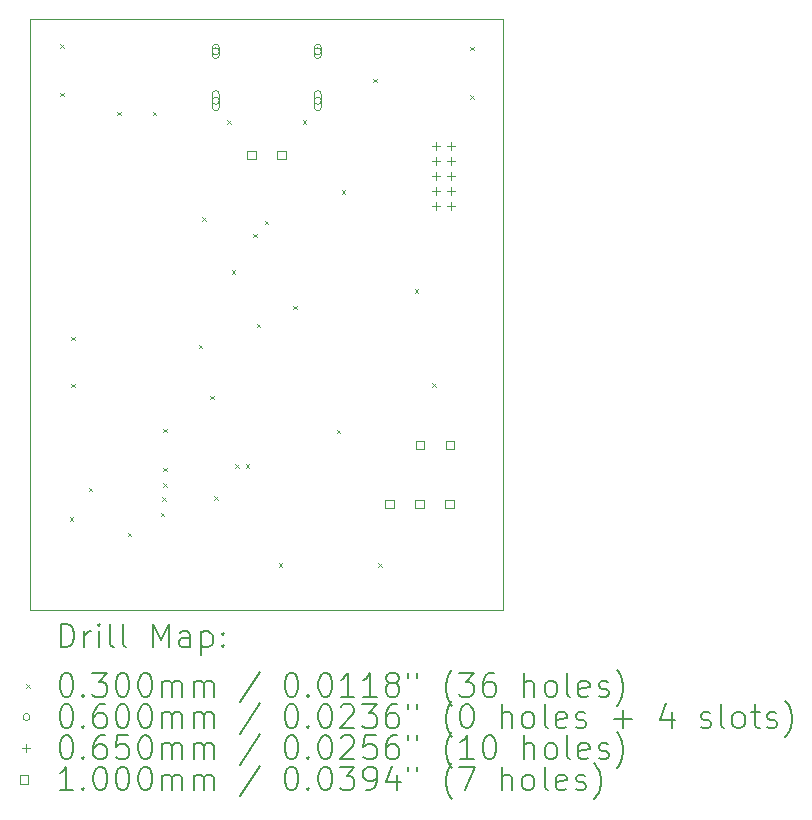
<source format=gbr>
%TF.GenerationSoftware,KiCad,Pcbnew,9.0.0*%
%TF.CreationDate,2025-03-17T13:33:31-06:00*%
%TF.ProjectId,TempLog,54656d70-4c6f-4672-9e6b-696361645f70,rev?*%
%TF.SameCoordinates,Original*%
%TF.FileFunction,Drillmap*%
%TF.FilePolarity,Positive*%
%FSLAX45Y45*%
G04 Gerber Fmt 4.5, Leading zero omitted, Abs format (unit mm)*
G04 Created by KiCad (PCBNEW 9.0.0) date 2025-03-17 13:33:31*
%MOMM*%
%LPD*%
G01*
G04 APERTURE LIST*
%ADD10C,0.050000*%
%ADD11C,0.200000*%
%ADD12C,0.100000*%
G04 APERTURE END LIST*
D10*
X10000000Y-7000000D02*
X14000000Y-7000000D01*
X14000000Y-12000000D01*
X10000000Y-12000000D01*
X10000000Y-7000000D01*
D11*
D12*
X10255000Y-7209853D02*
X10285000Y-7239853D01*
X10285000Y-7209853D02*
X10255000Y-7239853D01*
X10255000Y-7619853D02*
X10285000Y-7649853D01*
X10285000Y-7619853D02*
X10255000Y-7649853D01*
X10335000Y-11215000D02*
X10365000Y-11245000D01*
X10365000Y-11215000D02*
X10335000Y-11245000D01*
X10345000Y-9685000D02*
X10375000Y-9715000D01*
X10375000Y-9685000D02*
X10345000Y-9715000D01*
X10345000Y-10085000D02*
X10375000Y-10115000D01*
X10375000Y-10085000D02*
X10345000Y-10115000D01*
X10495000Y-10965000D02*
X10525000Y-10995000D01*
X10525000Y-10965000D02*
X10495000Y-10995000D01*
X10735000Y-7779853D02*
X10765000Y-7809853D01*
X10765000Y-7779853D02*
X10735000Y-7809853D01*
X10825000Y-11345000D02*
X10855000Y-11375000D01*
X10855000Y-11345000D02*
X10825000Y-11375000D01*
X11035000Y-7779853D02*
X11065000Y-7809853D01*
X11065000Y-7779853D02*
X11035000Y-7809853D01*
X11105000Y-11175000D02*
X11135000Y-11205000D01*
X11135000Y-11175000D02*
X11105000Y-11205000D01*
X11115000Y-11045000D02*
X11145000Y-11075000D01*
X11145000Y-11045000D02*
X11115000Y-11075000D01*
X11125000Y-10465000D02*
X11155000Y-10495000D01*
X11155000Y-10465000D02*
X11125000Y-10495000D01*
X11125000Y-10795000D02*
X11155000Y-10825000D01*
X11155000Y-10795000D02*
X11125000Y-10825000D01*
X11125000Y-10925000D02*
X11155000Y-10955000D01*
X11155000Y-10925000D02*
X11125000Y-10955000D01*
X11425000Y-9755000D02*
X11455000Y-9785000D01*
X11455000Y-9755000D02*
X11425000Y-9785000D01*
X11455000Y-8675000D02*
X11485000Y-8705000D01*
X11485000Y-8675000D02*
X11455000Y-8705000D01*
X11525000Y-10185000D02*
X11555000Y-10215000D01*
X11555000Y-10185000D02*
X11525000Y-10215000D01*
X11555000Y-11035000D02*
X11585000Y-11065000D01*
X11585000Y-11035000D02*
X11555000Y-11065000D01*
X11665000Y-7855000D02*
X11695000Y-7885000D01*
X11695000Y-7855000D02*
X11665000Y-7885000D01*
X11705000Y-9125000D02*
X11735000Y-9155000D01*
X11735000Y-9125000D02*
X11705000Y-9155000D01*
X11735000Y-10765000D02*
X11765000Y-10795000D01*
X11765000Y-10765000D02*
X11735000Y-10795000D01*
X11825000Y-10765000D02*
X11855000Y-10795000D01*
X11855000Y-10765000D02*
X11825000Y-10795000D01*
X11885000Y-8815000D02*
X11915000Y-8845000D01*
X11915000Y-8815000D02*
X11885000Y-8845000D01*
X11915000Y-9575000D02*
X11945000Y-9605000D01*
X11945000Y-9575000D02*
X11915000Y-9605000D01*
X11985000Y-8705000D02*
X12015000Y-8735000D01*
X12015000Y-8705000D02*
X11985000Y-8735000D01*
X12105000Y-11605000D02*
X12135000Y-11635000D01*
X12135000Y-11605000D02*
X12105000Y-11635000D01*
X12225000Y-9425000D02*
X12255000Y-9455000D01*
X12255000Y-9425000D02*
X12225000Y-9455000D01*
X12305000Y-7855000D02*
X12335000Y-7885000D01*
X12335000Y-7855000D02*
X12305000Y-7885000D01*
X12595000Y-10475000D02*
X12625000Y-10505000D01*
X12625000Y-10475000D02*
X12595000Y-10505000D01*
X12635000Y-8445000D02*
X12665000Y-8475000D01*
X12665000Y-8445000D02*
X12635000Y-8475000D01*
X12905000Y-7500000D02*
X12935000Y-7530000D01*
X12935000Y-7500000D02*
X12905000Y-7530000D01*
X12945000Y-11605000D02*
X12975000Y-11635000D01*
X12975000Y-11605000D02*
X12945000Y-11635000D01*
X13253250Y-9285000D02*
X13283250Y-9315000D01*
X13283250Y-9285000D02*
X13253250Y-9315000D01*
X13403250Y-10078333D02*
X13433250Y-10108333D01*
X13433250Y-10078333D02*
X13403250Y-10108333D01*
X13725000Y-7230000D02*
X13755000Y-7260000D01*
X13755000Y-7230000D02*
X13725000Y-7260000D01*
X13725000Y-7640000D02*
X13755000Y-7670000D01*
X13755000Y-7640000D02*
X13725000Y-7670000D01*
X11600000Y-7270000D02*
G75*
G02*
X11540000Y-7270000I-30000J0D01*
G01*
X11540000Y-7270000D02*
G75*
G02*
X11600000Y-7270000I30000J0D01*
G01*
X11600000Y-7300000D02*
X11600000Y-7240000D01*
X11540000Y-7240000D02*
G75*
G02*
X11600000Y-7240000I30000J0D01*
G01*
X11540000Y-7240000D02*
X11540000Y-7300000D01*
X11540000Y-7300000D02*
G75*
G03*
X11600000Y-7300000I30000J0D01*
G01*
X11600000Y-7688000D02*
G75*
G02*
X11540000Y-7688000I-30000J0D01*
G01*
X11540000Y-7688000D02*
G75*
G02*
X11600000Y-7688000I30000J0D01*
G01*
X11600000Y-7743000D02*
X11600000Y-7633000D01*
X11540000Y-7633000D02*
G75*
G02*
X11600000Y-7633000I30000J0D01*
G01*
X11540000Y-7633000D02*
X11540000Y-7743000D01*
X11540000Y-7743000D02*
G75*
G03*
X11600000Y-7743000I30000J0D01*
G01*
X12463600Y-7270000D02*
G75*
G02*
X12403600Y-7270000I-30000J0D01*
G01*
X12403600Y-7270000D02*
G75*
G02*
X12463600Y-7270000I30000J0D01*
G01*
X12463600Y-7300000D02*
X12463600Y-7240000D01*
X12403600Y-7240000D02*
G75*
G02*
X12463600Y-7240000I30000J0D01*
G01*
X12403600Y-7240000D02*
X12403600Y-7300000D01*
X12403600Y-7300000D02*
G75*
G03*
X12463600Y-7300000I30000J0D01*
G01*
X12463600Y-7688000D02*
G75*
G02*
X12403600Y-7688000I-30000J0D01*
G01*
X12403600Y-7688000D02*
G75*
G02*
X12463600Y-7688000I30000J0D01*
G01*
X12463600Y-7743000D02*
X12463600Y-7633000D01*
X12403600Y-7633000D02*
G75*
G02*
X12463600Y-7633000I30000J0D01*
G01*
X12403600Y-7633000D02*
X12403600Y-7743000D01*
X12403600Y-7743000D02*
G75*
G03*
X12463600Y-7743000I30000J0D01*
G01*
X13435500Y-8036500D02*
X13435500Y-8101500D01*
X13403000Y-8069000D02*
X13468000Y-8069000D01*
X13435500Y-8163500D02*
X13435500Y-8228500D01*
X13403000Y-8196000D02*
X13468000Y-8196000D01*
X13435500Y-8290500D02*
X13435500Y-8355500D01*
X13403000Y-8323000D02*
X13468000Y-8323000D01*
X13435500Y-8417500D02*
X13435500Y-8482500D01*
X13403000Y-8450000D02*
X13468000Y-8450000D01*
X13435500Y-8544500D02*
X13435500Y-8609500D01*
X13403000Y-8577000D02*
X13468000Y-8577000D01*
X13562500Y-8036500D02*
X13562500Y-8101500D01*
X13530000Y-8069000D02*
X13595000Y-8069000D01*
X13562500Y-8163500D02*
X13562500Y-8228500D01*
X13530000Y-8196000D02*
X13595000Y-8196000D01*
X13562500Y-8290500D02*
X13562500Y-8355500D01*
X13530000Y-8323000D02*
X13595000Y-8323000D01*
X13562500Y-8417500D02*
X13562500Y-8482500D01*
X13530000Y-8450000D02*
X13595000Y-8450000D01*
X13562500Y-8544500D02*
X13562500Y-8609500D01*
X13530000Y-8577000D02*
X13595000Y-8577000D01*
X11907856Y-8185356D02*
X11907856Y-8114644D01*
X11837144Y-8114644D01*
X11837144Y-8185356D01*
X11907856Y-8185356D01*
X12161856Y-8185356D02*
X12161856Y-8114644D01*
X12091144Y-8114644D01*
X12091144Y-8185356D01*
X12161856Y-8185356D01*
X13077356Y-11135356D02*
X13077356Y-11064644D01*
X13006644Y-11064644D01*
X13006644Y-11135356D01*
X13077356Y-11135356D01*
X13331356Y-11135356D02*
X13331356Y-11064644D01*
X13260644Y-11064644D01*
X13260644Y-11135356D01*
X13331356Y-11135356D01*
X13332856Y-10635356D02*
X13332856Y-10564644D01*
X13262144Y-10564644D01*
X13262144Y-10635356D01*
X13332856Y-10635356D01*
X13585356Y-11135356D02*
X13585356Y-11064644D01*
X13514644Y-11064644D01*
X13514644Y-11135356D01*
X13585356Y-11135356D01*
X13586856Y-10635356D02*
X13586856Y-10564644D01*
X13516144Y-10564644D01*
X13516144Y-10635356D01*
X13586856Y-10635356D01*
D11*
X10258277Y-12313984D02*
X10258277Y-12113984D01*
X10258277Y-12113984D02*
X10305896Y-12113984D01*
X10305896Y-12113984D02*
X10334467Y-12123508D01*
X10334467Y-12123508D02*
X10353515Y-12142555D01*
X10353515Y-12142555D02*
X10363039Y-12161603D01*
X10363039Y-12161603D02*
X10372563Y-12199698D01*
X10372563Y-12199698D02*
X10372563Y-12228269D01*
X10372563Y-12228269D02*
X10363039Y-12266365D01*
X10363039Y-12266365D02*
X10353515Y-12285412D01*
X10353515Y-12285412D02*
X10334467Y-12304460D01*
X10334467Y-12304460D02*
X10305896Y-12313984D01*
X10305896Y-12313984D02*
X10258277Y-12313984D01*
X10458277Y-12313984D02*
X10458277Y-12180650D01*
X10458277Y-12218746D02*
X10467801Y-12199698D01*
X10467801Y-12199698D02*
X10477324Y-12190174D01*
X10477324Y-12190174D02*
X10496372Y-12180650D01*
X10496372Y-12180650D02*
X10515420Y-12180650D01*
X10582086Y-12313984D02*
X10582086Y-12180650D01*
X10582086Y-12113984D02*
X10572563Y-12123508D01*
X10572563Y-12123508D02*
X10582086Y-12133031D01*
X10582086Y-12133031D02*
X10591610Y-12123508D01*
X10591610Y-12123508D02*
X10582086Y-12113984D01*
X10582086Y-12113984D02*
X10582086Y-12133031D01*
X10705896Y-12313984D02*
X10686848Y-12304460D01*
X10686848Y-12304460D02*
X10677324Y-12285412D01*
X10677324Y-12285412D02*
X10677324Y-12113984D01*
X10810658Y-12313984D02*
X10791610Y-12304460D01*
X10791610Y-12304460D02*
X10782086Y-12285412D01*
X10782086Y-12285412D02*
X10782086Y-12113984D01*
X11039229Y-12313984D02*
X11039229Y-12113984D01*
X11039229Y-12113984D02*
X11105896Y-12256841D01*
X11105896Y-12256841D02*
X11172563Y-12113984D01*
X11172563Y-12113984D02*
X11172563Y-12313984D01*
X11353515Y-12313984D02*
X11353515Y-12209222D01*
X11353515Y-12209222D02*
X11343991Y-12190174D01*
X11343991Y-12190174D02*
X11324943Y-12180650D01*
X11324943Y-12180650D02*
X11286848Y-12180650D01*
X11286848Y-12180650D02*
X11267801Y-12190174D01*
X11353515Y-12304460D02*
X11334467Y-12313984D01*
X11334467Y-12313984D02*
X11286848Y-12313984D01*
X11286848Y-12313984D02*
X11267801Y-12304460D01*
X11267801Y-12304460D02*
X11258277Y-12285412D01*
X11258277Y-12285412D02*
X11258277Y-12266365D01*
X11258277Y-12266365D02*
X11267801Y-12247317D01*
X11267801Y-12247317D02*
X11286848Y-12237793D01*
X11286848Y-12237793D02*
X11334467Y-12237793D01*
X11334467Y-12237793D02*
X11353515Y-12228269D01*
X11448753Y-12180650D02*
X11448753Y-12380650D01*
X11448753Y-12190174D02*
X11467801Y-12180650D01*
X11467801Y-12180650D02*
X11505896Y-12180650D01*
X11505896Y-12180650D02*
X11524943Y-12190174D01*
X11524943Y-12190174D02*
X11534467Y-12199698D01*
X11534467Y-12199698D02*
X11543991Y-12218746D01*
X11543991Y-12218746D02*
X11543991Y-12275888D01*
X11543991Y-12275888D02*
X11534467Y-12294936D01*
X11534467Y-12294936D02*
X11524943Y-12304460D01*
X11524943Y-12304460D02*
X11505896Y-12313984D01*
X11505896Y-12313984D02*
X11467801Y-12313984D01*
X11467801Y-12313984D02*
X11448753Y-12304460D01*
X11629705Y-12294936D02*
X11639229Y-12304460D01*
X11639229Y-12304460D02*
X11629705Y-12313984D01*
X11629705Y-12313984D02*
X11620182Y-12304460D01*
X11620182Y-12304460D02*
X11629705Y-12294936D01*
X11629705Y-12294936D02*
X11629705Y-12313984D01*
X11629705Y-12190174D02*
X11639229Y-12199698D01*
X11639229Y-12199698D02*
X11629705Y-12209222D01*
X11629705Y-12209222D02*
X11620182Y-12199698D01*
X11620182Y-12199698D02*
X11629705Y-12190174D01*
X11629705Y-12190174D02*
X11629705Y-12209222D01*
D12*
X9967500Y-12627500D02*
X9997500Y-12657500D01*
X9997500Y-12627500D02*
X9967500Y-12657500D01*
D11*
X10296372Y-12533984D02*
X10315420Y-12533984D01*
X10315420Y-12533984D02*
X10334467Y-12543508D01*
X10334467Y-12543508D02*
X10343991Y-12553031D01*
X10343991Y-12553031D02*
X10353515Y-12572079D01*
X10353515Y-12572079D02*
X10363039Y-12610174D01*
X10363039Y-12610174D02*
X10363039Y-12657793D01*
X10363039Y-12657793D02*
X10353515Y-12695888D01*
X10353515Y-12695888D02*
X10343991Y-12714936D01*
X10343991Y-12714936D02*
X10334467Y-12724460D01*
X10334467Y-12724460D02*
X10315420Y-12733984D01*
X10315420Y-12733984D02*
X10296372Y-12733984D01*
X10296372Y-12733984D02*
X10277324Y-12724460D01*
X10277324Y-12724460D02*
X10267801Y-12714936D01*
X10267801Y-12714936D02*
X10258277Y-12695888D01*
X10258277Y-12695888D02*
X10248753Y-12657793D01*
X10248753Y-12657793D02*
X10248753Y-12610174D01*
X10248753Y-12610174D02*
X10258277Y-12572079D01*
X10258277Y-12572079D02*
X10267801Y-12553031D01*
X10267801Y-12553031D02*
X10277324Y-12543508D01*
X10277324Y-12543508D02*
X10296372Y-12533984D01*
X10448753Y-12714936D02*
X10458277Y-12724460D01*
X10458277Y-12724460D02*
X10448753Y-12733984D01*
X10448753Y-12733984D02*
X10439229Y-12724460D01*
X10439229Y-12724460D02*
X10448753Y-12714936D01*
X10448753Y-12714936D02*
X10448753Y-12733984D01*
X10524944Y-12533984D02*
X10648753Y-12533984D01*
X10648753Y-12533984D02*
X10582086Y-12610174D01*
X10582086Y-12610174D02*
X10610658Y-12610174D01*
X10610658Y-12610174D02*
X10629705Y-12619698D01*
X10629705Y-12619698D02*
X10639229Y-12629222D01*
X10639229Y-12629222D02*
X10648753Y-12648269D01*
X10648753Y-12648269D02*
X10648753Y-12695888D01*
X10648753Y-12695888D02*
X10639229Y-12714936D01*
X10639229Y-12714936D02*
X10629705Y-12724460D01*
X10629705Y-12724460D02*
X10610658Y-12733984D01*
X10610658Y-12733984D02*
X10553515Y-12733984D01*
X10553515Y-12733984D02*
X10534467Y-12724460D01*
X10534467Y-12724460D02*
X10524944Y-12714936D01*
X10772563Y-12533984D02*
X10791610Y-12533984D01*
X10791610Y-12533984D02*
X10810658Y-12543508D01*
X10810658Y-12543508D02*
X10820182Y-12553031D01*
X10820182Y-12553031D02*
X10829705Y-12572079D01*
X10829705Y-12572079D02*
X10839229Y-12610174D01*
X10839229Y-12610174D02*
X10839229Y-12657793D01*
X10839229Y-12657793D02*
X10829705Y-12695888D01*
X10829705Y-12695888D02*
X10820182Y-12714936D01*
X10820182Y-12714936D02*
X10810658Y-12724460D01*
X10810658Y-12724460D02*
X10791610Y-12733984D01*
X10791610Y-12733984D02*
X10772563Y-12733984D01*
X10772563Y-12733984D02*
X10753515Y-12724460D01*
X10753515Y-12724460D02*
X10743991Y-12714936D01*
X10743991Y-12714936D02*
X10734467Y-12695888D01*
X10734467Y-12695888D02*
X10724944Y-12657793D01*
X10724944Y-12657793D02*
X10724944Y-12610174D01*
X10724944Y-12610174D02*
X10734467Y-12572079D01*
X10734467Y-12572079D02*
X10743991Y-12553031D01*
X10743991Y-12553031D02*
X10753515Y-12543508D01*
X10753515Y-12543508D02*
X10772563Y-12533984D01*
X10963039Y-12533984D02*
X10982086Y-12533984D01*
X10982086Y-12533984D02*
X11001134Y-12543508D01*
X11001134Y-12543508D02*
X11010658Y-12553031D01*
X11010658Y-12553031D02*
X11020182Y-12572079D01*
X11020182Y-12572079D02*
X11029705Y-12610174D01*
X11029705Y-12610174D02*
X11029705Y-12657793D01*
X11029705Y-12657793D02*
X11020182Y-12695888D01*
X11020182Y-12695888D02*
X11010658Y-12714936D01*
X11010658Y-12714936D02*
X11001134Y-12724460D01*
X11001134Y-12724460D02*
X10982086Y-12733984D01*
X10982086Y-12733984D02*
X10963039Y-12733984D01*
X10963039Y-12733984D02*
X10943991Y-12724460D01*
X10943991Y-12724460D02*
X10934467Y-12714936D01*
X10934467Y-12714936D02*
X10924944Y-12695888D01*
X10924944Y-12695888D02*
X10915420Y-12657793D01*
X10915420Y-12657793D02*
X10915420Y-12610174D01*
X10915420Y-12610174D02*
X10924944Y-12572079D01*
X10924944Y-12572079D02*
X10934467Y-12553031D01*
X10934467Y-12553031D02*
X10943991Y-12543508D01*
X10943991Y-12543508D02*
X10963039Y-12533984D01*
X11115420Y-12733984D02*
X11115420Y-12600650D01*
X11115420Y-12619698D02*
X11124944Y-12610174D01*
X11124944Y-12610174D02*
X11143991Y-12600650D01*
X11143991Y-12600650D02*
X11172563Y-12600650D01*
X11172563Y-12600650D02*
X11191610Y-12610174D01*
X11191610Y-12610174D02*
X11201134Y-12629222D01*
X11201134Y-12629222D02*
X11201134Y-12733984D01*
X11201134Y-12629222D02*
X11210658Y-12610174D01*
X11210658Y-12610174D02*
X11229705Y-12600650D01*
X11229705Y-12600650D02*
X11258277Y-12600650D01*
X11258277Y-12600650D02*
X11277324Y-12610174D01*
X11277324Y-12610174D02*
X11286848Y-12629222D01*
X11286848Y-12629222D02*
X11286848Y-12733984D01*
X11382086Y-12733984D02*
X11382086Y-12600650D01*
X11382086Y-12619698D02*
X11391610Y-12610174D01*
X11391610Y-12610174D02*
X11410658Y-12600650D01*
X11410658Y-12600650D02*
X11439229Y-12600650D01*
X11439229Y-12600650D02*
X11458277Y-12610174D01*
X11458277Y-12610174D02*
X11467801Y-12629222D01*
X11467801Y-12629222D02*
X11467801Y-12733984D01*
X11467801Y-12629222D02*
X11477324Y-12610174D01*
X11477324Y-12610174D02*
X11496372Y-12600650D01*
X11496372Y-12600650D02*
X11524943Y-12600650D01*
X11524943Y-12600650D02*
X11543991Y-12610174D01*
X11543991Y-12610174D02*
X11553515Y-12629222D01*
X11553515Y-12629222D02*
X11553515Y-12733984D01*
X11943991Y-12524460D02*
X11772563Y-12781603D01*
X12201134Y-12533984D02*
X12220182Y-12533984D01*
X12220182Y-12533984D02*
X12239229Y-12543508D01*
X12239229Y-12543508D02*
X12248753Y-12553031D01*
X12248753Y-12553031D02*
X12258277Y-12572079D01*
X12258277Y-12572079D02*
X12267801Y-12610174D01*
X12267801Y-12610174D02*
X12267801Y-12657793D01*
X12267801Y-12657793D02*
X12258277Y-12695888D01*
X12258277Y-12695888D02*
X12248753Y-12714936D01*
X12248753Y-12714936D02*
X12239229Y-12724460D01*
X12239229Y-12724460D02*
X12220182Y-12733984D01*
X12220182Y-12733984D02*
X12201134Y-12733984D01*
X12201134Y-12733984D02*
X12182086Y-12724460D01*
X12182086Y-12724460D02*
X12172563Y-12714936D01*
X12172563Y-12714936D02*
X12163039Y-12695888D01*
X12163039Y-12695888D02*
X12153515Y-12657793D01*
X12153515Y-12657793D02*
X12153515Y-12610174D01*
X12153515Y-12610174D02*
X12163039Y-12572079D01*
X12163039Y-12572079D02*
X12172563Y-12553031D01*
X12172563Y-12553031D02*
X12182086Y-12543508D01*
X12182086Y-12543508D02*
X12201134Y-12533984D01*
X12353515Y-12714936D02*
X12363039Y-12724460D01*
X12363039Y-12724460D02*
X12353515Y-12733984D01*
X12353515Y-12733984D02*
X12343991Y-12724460D01*
X12343991Y-12724460D02*
X12353515Y-12714936D01*
X12353515Y-12714936D02*
X12353515Y-12733984D01*
X12486848Y-12533984D02*
X12505896Y-12533984D01*
X12505896Y-12533984D02*
X12524944Y-12543508D01*
X12524944Y-12543508D02*
X12534467Y-12553031D01*
X12534467Y-12553031D02*
X12543991Y-12572079D01*
X12543991Y-12572079D02*
X12553515Y-12610174D01*
X12553515Y-12610174D02*
X12553515Y-12657793D01*
X12553515Y-12657793D02*
X12543991Y-12695888D01*
X12543991Y-12695888D02*
X12534467Y-12714936D01*
X12534467Y-12714936D02*
X12524944Y-12724460D01*
X12524944Y-12724460D02*
X12505896Y-12733984D01*
X12505896Y-12733984D02*
X12486848Y-12733984D01*
X12486848Y-12733984D02*
X12467801Y-12724460D01*
X12467801Y-12724460D02*
X12458277Y-12714936D01*
X12458277Y-12714936D02*
X12448753Y-12695888D01*
X12448753Y-12695888D02*
X12439229Y-12657793D01*
X12439229Y-12657793D02*
X12439229Y-12610174D01*
X12439229Y-12610174D02*
X12448753Y-12572079D01*
X12448753Y-12572079D02*
X12458277Y-12553031D01*
X12458277Y-12553031D02*
X12467801Y-12543508D01*
X12467801Y-12543508D02*
X12486848Y-12533984D01*
X12743991Y-12733984D02*
X12629706Y-12733984D01*
X12686848Y-12733984D02*
X12686848Y-12533984D01*
X12686848Y-12533984D02*
X12667801Y-12562555D01*
X12667801Y-12562555D02*
X12648753Y-12581603D01*
X12648753Y-12581603D02*
X12629706Y-12591127D01*
X12934467Y-12733984D02*
X12820182Y-12733984D01*
X12877325Y-12733984D02*
X12877325Y-12533984D01*
X12877325Y-12533984D02*
X12858277Y-12562555D01*
X12858277Y-12562555D02*
X12839229Y-12581603D01*
X12839229Y-12581603D02*
X12820182Y-12591127D01*
X13048753Y-12619698D02*
X13029706Y-12610174D01*
X13029706Y-12610174D02*
X13020182Y-12600650D01*
X13020182Y-12600650D02*
X13010658Y-12581603D01*
X13010658Y-12581603D02*
X13010658Y-12572079D01*
X13010658Y-12572079D02*
X13020182Y-12553031D01*
X13020182Y-12553031D02*
X13029706Y-12543508D01*
X13029706Y-12543508D02*
X13048753Y-12533984D01*
X13048753Y-12533984D02*
X13086848Y-12533984D01*
X13086848Y-12533984D02*
X13105896Y-12543508D01*
X13105896Y-12543508D02*
X13115420Y-12553031D01*
X13115420Y-12553031D02*
X13124944Y-12572079D01*
X13124944Y-12572079D02*
X13124944Y-12581603D01*
X13124944Y-12581603D02*
X13115420Y-12600650D01*
X13115420Y-12600650D02*
X13105896Y-12610174D01*
X13105896Y-12610174D02*
X13086848Y-12619698D01*
X13086848Y-12619698D02*
X13048753Y-12619698D01*
X13048753Y-12619698D02*
X13029706Y-12629222D01*
X13029706Y-12629222D02*
X13020182Y-12638746D01*
X13020182Y-12638746D02*
X13010658Y-12657793D01*
X13010658Y-12657793D02*
X13010658Y-12695888D01*
X13010658Y-12695888D02*
X13020182Y-12714936D01*
X13020182Y-12714936D02*
X13029706Y-12724460D01*
X13029706Y-12724460D02*
X13048753Y-12733984D01*
X13048753Y-12733984D02*
X13086848Y-12733984D01*
X13086848Y-12733984D02*
X13105896Y-12724460D01*
X13105896Y-12724460D02*
X13115420Y-12714936D01*
X13115420Y-12714936D02*
X13124944Y-12695888D01*
X13124944Y-12695888D02*
X13124944Y-12657793D01*
X13124944Y-12657793D02*
X13115420Y-12638746D01*
X13115420Y-12638746D02*
X13105896Y-12629222D01*
X13105896Y-12629222D02*
X13086848Y-12619698D01*
X13201134Y-12533984D02*
X13201134Y-12572079D01*
X13277325Y-12533984D02*
X13277325Y-12572079D01*
X13572563Y-12810174D02*
X13563039Y-12800650D01*
X13563039Y-12800650D02*
X13543991Y-12772079D01*
X13543991Y-12772079D02*
X13534468Y-12753031D01*
X13534468Y-12753031D02*
X13524944Y-12724460D01*
X13524944Y-12724460D02*
X13515420Y-12676841D01*
X13515420Y-12676841D02*
X13515420Y-12638746D01*
X13515420Y-12638746D02*
X13524944Y-12591127D01*
X13524944Y-12591127D02*
X13534468Y-12562555D01*
X13534468Y-12562555D02*
X13543991Y-12543508D01*
X13543991Y-12543508D02*
X13563039Y-12514936D01*
X13563039Y-12514936D02*
X13572563Y-12505412D01*
X13629706Y-12533984D02*
X13753515Y-12533984D01*
X13753515Y-12533984D02*
X13686848Y-12610174D01*
X13686848Y-12610174D02*
X13715420Y-12610174D01*
X13715420Y-12610174D02*
X13734468Y-12619698D01*
X13734468Y-12619698D02*
X13743991Y-12629222D01*
X13743991Y-12629222D02*
X13753515Y-12648269D01*
X13753515Y-12648269D02*
X13753515Y-12695888D01*
X13753515Y-12695888D02*
X13743991Y-12714936D01*
X13743991Y-12714936D02*
X13734468Y-12724460D01*
X13734468Y-12724460D02*
X13715420Y-12733984D01*
X13715420Y-12733984D02*
X13658277Y-12733984D01*
X13658277Y-12733984D02*
X13639229Y-12724460D01*
X13639229Y-12724460D02*
X13629706Y-12714936D01*
X13924944Y-12533984D02*
X13886848Y-12533984D01*
X13886848Y-12533984D02*
X13867801Y-12543508D01*
X13867801Y-12543508D02*
X13858277Y-12553031D01*
X13858277Y-12553031D02*
X13839229Y-12581603D01*
X13839229Y-12581603D02*
X13829706Y-12619698D01*
X13829706Y-12619698D02*
X13829706Y-12695888D01*
X13829706Y-12695888D02*
X13839229Y-12714936D01*
X13839229Y-12714936D02*
X13848753Y-12724460D01*
X13848753Y-12724460D02*
X13867801Y-12733984D01*
X13867801Y-12733984D02*
X13905896Y-12733984D01*
X13905896Y-12733984D02*
X13924944Y-12724460D01*
X13924944Y-12724460D02*
X13934468Y-12714936D01*
X13934468Y-12714936D02*
X13943991Y-12695888D01*
X13943991Y-12695888D02*
X13943991Y-12648269D01*
X13943991Y-12648269D02*
X13934468Y-12629222D01*
X13934468Y-12629222D02*
X13924944Y-12619698D01*
X13924944Y-12619698D02*
X13905896Y-12610174D01*
X13905896Y-12610174D02*
X13867801Y-12610174D01*
X13867801Y-12610174D02*
X13848753Y-12619698D01*
X13848753Y-12619698D02*
X13839229Y-12629222D01*
X13839229Y-12629222D02*
X13829706Y-12648269D01*
X14182087Y-12733984D02*
X14182087Y-12533984D01*
X14267801Y-12733984D02*
X14267801Y-12629222D01*
X14267801Y-12629222D02*
X14258277Y-12610174D01*
X14258277Y-12610174D02*
X14239230Y-12600650D01*
X14239230Y-12600650D02*
X14210658Y-12600650D01*
X14210658Y-12600650D02*
X14191610Y-12610174D01*
X14191610Y-12610174D02*
X14182087Y-12619698D01*
X14391610Y-12733984D02*
X14372563Y-12724460D01*
X14372563Y-12724460D02*
X14363039Y-12714936D01*
X14363039Y-12714936D02*
X14353515Y-12695888D01*
X14353515Y-12695888D02*
X14353515Y-12638746D01*
X14353515Y-12638746D02*
X14363039Y-12619698D01*
X14363039Y-12619698D02*
X14372563Y-12610174D01*
X14372563Y-12610174D02*
X14391610Y-12600650D01*
X14391610Y-12600650D02*
X14420182Y-12600650D01*
X14420182Y-12600650D02*
X14439230Y-12610174D01*
X14439230Y-12610174D02*
X14448753Y-12619698D01*
X14448753Y-12619698D02*
X14458277Y-12638746D01*
X14458277Y-12638746D02*
X14458277Y-12695888D01*
X14458277Y-12695888D02*
X14448753Y-12714936D01*
X14448753Y-12714936D02*
X14439230Y-12724460D01*
X14439230Y-12724460D02*
X14420182Y-12733984D01*
X14420182Y-12733984D02*
X14391610Y-12733984D01*
X14572563Y-12733984D02*
X14553515Y-12724460D01*
X14553515Y-12724460D02*
X14543991Y-12705412D01*
X14543991Y-12705412D02*
X14543991Y-12533984D01*
X14724944Y-12724460D02*
X14705896Y-12733984D01*
X14705896Y-12733984D02*
X14667801Y-12733984D01*
X14667801Y-12733984D02*
X14648753Y-12724460D01*
X14648753Y-12724460D02*
X14639230Y-12705412D01*
X14639230Y-12705412D02*
X14639230Y-12629222D01*
X14639230Y-12629222D02*
X14648753Y-12610174D01*
X14648753Y-12610174D02*
X14667801Y-12600650D01*
X14667801Y-12600650D02*
X14705896Y-12600650D01*
X14705896Y-12600650D02*
X14724944Y-12610174D01*
X14724944Y-12610174D02*
X14734468Y-12629222D01*
X14734468Y-12629222D02*
X14734468Y-12648269D01*
X14734468Y-12648269D02*
X14639230Y-12667317D01*
X14810658Y-12724460D02*
X14829706Y-12733984D01*
X14829706Y-12733984D02*
X14867801Y-12733984D01*
X14867801Y-12733984D02*
X14886849Y-12724460D01*
X14886849Y-12724460D02*
X14896372Y-12705412D01*
X14896372Y-12705412D02*
X14896372Y-12695888D01*
X14896372Y-12695888D02*
X14886849Y-12676841D01*
X14886849Y-12676841D02*
X14867801Y-12667317D01*
X14867801Y-12667317D02*
X14839230Y-12667317D01*
X14839230Y-12667317D02*
X14820182Y-12657793D01*
X14820182Y-12657793D02*
X14810658Y-12638746D01*
X14810658Y-12638746D02*
X14810658Y-12629222D01*
X14810658Y-12629222D02*
X14820182Y-12610174D01*
X14820182Y-12610174D02*
X14839230Y-12600650D01*
X14839230Y-12600650D02*
X14867801Y-12600650D01*
X14867801Y-12600650D02*
X14886849Y-12610174D01*
X14963039Y-12810174D02*
X14972563Y-12800650D01*
X14972563Y-12800650D02*
X14991611Y-12772079D01*
X14991611Y-12772079D02*
X15001134Y-12753031D01*
X15001134Y-12753031D02*
X15010658Y-12724460D01*
X15010658Y-12724460D02*
X15020182Y-12676841D01*
X15020182Y-12676841D02*
X15020182Y-12638746D01*
X15020182Y-12638746D02*
X15010658Y-12591127D01*
X15010658Y-12591127D02*
X15001134Y-12562555D01*
X15001134Y-12562555D02*
X14991611Y-12543508D01*
X14991611Y-12543508D02*
X14972563Y-12514936D01*
X14972563Y-12514936D02*
X14963039Y-12505412D01*
D12*
X9997500Y-12906500D02*
G75*
G02*
X9937500Y-12906500I-30000J0D01*
G01*
X9937500Y-12906500D02*
G75*
G02*
X9997500Y-12906500I30000J0D01*
G01*
D11*
X10296372Y-12797984D02*
X10315420Y-12797984D01*
X10315420Y-12797984D02*
X10334467Y-12807508D01*
X10334467Y-12807508D02*
X10343991Y-12817031D01*
X10343991Y-12817031D02*
X10353515Y-12836079D01*
X10353515Y-12836079D02*
X10363039Y-12874174D01*
X10363039Y-12874174D02*
X10363039Y-12921793D01*
X10363039Y-12921793D02*
X10353515Y-12959888D01*
X10353515Y-12959888D02*
X10343991Y-12978936D01*
X10343991Y-12978936D02*
X10334467Y-12988460D01*
X10334467Y-12988460D02*
X10315420Y-12997984D01*
X10315420Y-12997984D02*
X10296372Y-12997984D01*
X10296372Y-12997984D02*
X10277324Y-12988460D01*
X10277324Y-12988460D02*
X10267801Y-12978936D01*
X10267801Y-12978936D02*
X10258277Y-12959888D01*
X10258277Y-12959888D02*
X10248753Y-12921793D01*
X10248753Y-12921793D02*
X10248753Y-12874174D01*
X10248753Y-12874174D02*
X10258277Y-12836079D01*
X10258277Y-12836079D02*
X10267801Y-12817031D01*
X10267801Y-12817031D02*
X10277324Y-12807508D01*
X10277324Y-12807508D02*
X10296372Y-12797984D01*
X10448753Y-12978936D02*
X10458277Y-12988460D01*
X10458277Y-12988460D02*
X10448753Y-12997984D01*
X10448753Y-12997984D02*
X10439229Y-12988460D01*
X10439229Y-12988460D02*
X10448753Y-12978936D01*
X10448753Y-12978936D02*
X10448753Y-12997984D01*
X10629705Y-12797984D02*
X10591610Y-12797984D01*
X10591610Y-12797984D02*
X10572563Y-12807508D01*
X10572563Y-12807508D02*
X10563039Y-12817031D01*
X10563039Y-12817031D02*
X10543991Y-12845603D01*
X10543991Y-12845603D02*
X10534467Y-12883698D01*
X10534467Y-12883698D02*
X10534467Y-12959888D01*
X10534467Y-12959888D02*
X10543991Y-12978936D01*
X10543991Y-12978936D02*
X10553515Y-12988460D01*
X10553515Y-12988460D02*
X10572563Y-12997984D01*
X10572563Y-12997984D02*
X10610658Y-12997984D01*
X10610658Y-12997984D02*
X10629705Y-12988460D01*
X10629705Y-12988460D02*
X10639229Y-12978936D01*
X10639229Y-12978936D02*
X10648753Y-12959888D01*
X10648753Y-12959888D02*
X10648753Y-12912269D01*
X10648753Y-12912269D02*
X10639229Y-12893222D01*
X10639229Y-12893222D02*
X10629705Y-12883698D01*
X10629705Y-12883698D02*
X10610658Y-12874174D01*
X10610658Y-12874174D02*
X10572563Y-12874174D01*
X10572563Y-12874174D02*
X10553515Y-12883698D01*
X10553515Y-12883698D02*
X10543991Y-12893222D01*
X10543991Y-12893222D02*
X10534467Y-12912269D01*
X10772563Y-12797984D02*
X10791610Y-12797984D01*
X10791610Y-12797984D02*
X10810658Y-12807508D01*
X10810658Y-12807508D02*
X10820182Y-12817031D01*
X10820182Y-12817031D02*
X10829705Y-12836079D01*
X10829705Y-12836079D02*
X10839229Y-12874174D01*
X10839229Y-12874174D02*
X10839229Y-12921793D01*
X10839229Y-12921793D02*
X10829705Y-12959888D01*
X10829705Y-12959888D02*
X10820182Y-12978936D01*
X10820182Y-12978936D02*
X10810658Y-12988460D01*
X10810658Y-12988460D02*
X10791610Y-12997984D01*
X10791610Y-12997984D02*
X10772563Y-12997984D01*
X10772563Y-12997984D02*
X10753515Y-12988460D01*
X10753515Y-12988460D02*
X10743991Y-12978936D01*
X10743991Y-12978936D02*
X10734467Y-12959888D01*
X10734467Y-12959888D02*
X10724944Y-12921793D01*
X10724944Y-12921793D02*
X10724944Y-12874174D01*
X10724944Y-12874174D02*
X10734467Y-12836079D01*
X10734467Y-12836079D02*
X10743991Y-12817031D01*
X10743991Y-12817031D02*
X10753515Y-12807508D01*
X10753515Y-12807508D02*
X10772563Y-12797984D01*
X10963039Y-12797984D02*
X10982086Y-12797984D01*
X10982086Y-12797984D02*
X11001134Y-12807508D01*
X11001134Y-12807508D02*
X11010658Y-12817031D01*
X11010658Y-12817031D02*
X11020182Y-12836079D01*
X11020182Y-12836079D02*
X11029705Y-12874174D01*
X11029705Y-12874174D02*
X11029705Y-12921793D01*
X11029705Y-12921793D02*
X11020182Y-12959888D01*
X11020182Y-12959888D02*
X11010658Y-12978936D01*
X11010658Y-12978936D02*
X11001134Y-12988460D01*
X11001134Y-12988460D02*
X10982086Y-12997984D01*
X10982086Y-12997984D02*
X10963039Y-12997984D01*
X10963039Y-12997984D02*
X10943991Y-12988460D01*
X10943991Y-12988460D02*
X10934467Y-12978936D01*
X10934467Y-12978936D02*
X10924944Y-12959888D01*
X10924944Y-12959888D02*
X10915420Y-12921793D01*
X10915420Y-12921793D02*
X10915420Y-12874174D01*
X10915420Y-12874174D02*
X10924944Y-12836079D01*
X10924944Y-12836079D02*
X10934467Y-12817031D01*
X10934467Y-12817031D02*
X10943991Y-12807508D01*
X10943991Y-12807508D02*
X10963039Y-12797984D01*
X11115420Y-12997984D02*
X11115420Y-12864650D01*
X11115420Y-12883698D02*
X11124944Y-12874174D01*
X11124944Y-12874174D02*
X11143991Y-12864650D01*
X11143991Y-12864650D02*
X11172563Y-12864650D01*
X11172563Y-12864650D02*
X11191610Y-12874174D01*
X11191610Y-12874174D02*
X11201134Y-12893222D01*
X11201134Y-12893222D02*
X11201134Y-12997984D01*
X11201134Y-12893222D02*
X11210658Y-12874174D01*
X11210658Y-12874174D02*
X11229705Y-12864650D01*
X11229705Y-12864650D02*
X11258277Y-12864650D01*
X11258277Y-12864650D02*
X11277324Y-12874174D01*
X11277324Y-12874174D02*
X11286848Y-12893222D01*
X11286848Y-12893222D02*
X11286848Y-12997984D01*
X11382086Y-12997984D02*
X11382086Y-12864650D01*
X11382086Y-12883698D02*
X11391610Y-12874174D01*
X11391610Y-12874174D02*
X11410658Y-12864650D01*
X11410658Y-12864650D02*
X11439229Y-12864650D01*
X11439229Y-12864650D02*
X11458277Y-12874174D01*
X11458277Y-12874174D02*
X11467801Y-12893222D01*
X11467801Y-12893222D02*
X11467801Y-12997984D01*
X11467801Y-12893222D02*
X11477324Y-12874174D01*
X11477324Y-12874174D02*
X11496372Y-12864650D01*
X11496372Y-12864650D02*
X11524943Y-12864650D01*
X11524943Y-12864650D02*
X11543991Y-12874174D01*
X11543991Y-12874174D02*
X11553515Y-12893222D01*
X11553515Y-12893222D02*
X11553515Y-12997984D01*
X11943991Y-12788460D02*
X11772563Y-13045603D01*
X12201134Y-12797984D02*
X12220182Y-12797984D01*
X12220182Y-12797984D02*
X12239229Y-12807508D01*
X12239229Y-12807508D02*
X12248753Y-12817031D01*
X12248753Y-12817031D02*
X12258277Y-12836079D01*
X12258277Y-12836079D02*
X12267801Y-12874174D01*
X12267801Y-12874174D02*
X12267801Y-12921793D01*
X12267801Y-12921793D02*
X12258277Y-12959888D01*
X12258277Y-12959888D02*
X12248753Y-12978936D01*
X12248753Y-12978936D02*
X12239229Y-12988460D01*
X12239229Y-12988460D02*
X12220182Y-12997984D01*
X12220182Y-12997984D02*
X12201134Y-12997984D01*
X12201134Y-12997984D02*
X12182086Y-12988460D01*
X12182086Y-12988460D02*
X12172563Y-12978936D01*
X12172563Y-12978936D02*
X12163039Y-12959888D01*
X12163039Y-12959888D02*
X12153515Y-12921793D01*
X12153515Y-12921793D02*
X12153515Y-12874174D01*
X12153515Y-12874174D02*
X12163039Y-12836079D01*
X12163039Y-12836079D02*
X12172563Y-12817031D01*
X12172563Y-12817031D02*
X12182086Y-12807508D01*
X12182086Y-12807508D02*
X12201134Y-12797984D01*
X12353515Y-12978936D02*
X12363039Y-12988460D01*
X12363039Y-12988460D02*
X12353515Y-12997984D01*
X12353515Y-12997984D02*
X12343991Y-12988460D01*
X12343991Y-12988460D02*
X12353515Y-12978936D01*
X12353515Y-12978936D02*
X12353515Y-12997984D01*
X12486848Y-12797984D02*
X12505896Y-12797984D01*
X12505896Y-12797984D02*
X12524944Y-12807508D01*
X12524944Y-12807508D02*
X12534467Y-12817031D01*
X12534467Y-12817031D02*
X12543991Y-12836079D01*
X12543991Y-12836079D02*
X12553515Y-12874174D01*
X12553515Y-12874174D02*
X12553515Y-12921793D01*
X12553515Y-12921793D02*
X12543991Y-12959888D01*
X12543991Y-12959888D02*
X12534467Y-12978936D01*
X12534467Y-12978936D02*
X12524944Y-12988460D01*
X12524944Y-12988460D02*
X12505896Y-12997984D01*
X12505896Y-12997984D02*
X12486848Y-12997984D01*
X12486848Y-12997984D02*
X12467801Y-12988460D01*
X12467801Y-12988460D02*
X12458277Y-12978936D01*
X12458277Y-12978936D02*
X12448753Y-12959888D01*
X12448753Y-12959888D02*
X12439229Y-12921793D01*
X12439229Y-12921793D02*
X12439229Y-12874174D01*
X12439229Y-12874174D02*
X12448753Y-12836079D01*
X12448753Y-12836079D02*
X12458277Y-12817031D01*
X12458277Y-12817031D02*
X12467801Y-12807508D01*
X12467801Y-12807508D02*
X12486848Y-12797984D01*
X12629706Y-12817031D02*
X12639229Y-12807508D01*
X12639229Y-12807508D02*
X12658277Y-12797984D01*
X12658277Y-12797984D02*
X12705896Y-12797984D01*
X12705896Y-12797984D02*
X12724944Y-12807508D01*
X12724944Y-12807508D02*
X12734467Y-12817031D01*
X12734467Y-12817031D02*
X12743991Y-12836079D01*
X12743991Y-12836079D02*
X12743991Y-12855127D01*
X12743991Y-12855127D02*
X12734467Y-12883698D01*
X12734467Y-12883698D02*
X12620182Y-12997984D01*
X12620182Y-12997984D02*
X12743991Y-12997984D01*
X12810658Y-12797984D02*
X12934467Y-12797984D01*
X12934467Y-12797984D02*
X12867801Y-12874174D01*
X12867801Y-12874174D02*
X12896372Y-12874174D01*
X12896372Y-12874174D02*
X12915420Y-12883698D01*
X12915420Y-12883698D02*
X12924944Y-12893222D01*
X12924944Y-12893222D02*
X12934467Y-12912269D01*
X12934467Y-12912269D02*
X12934467Y-12959888D01*
X12934467Y-12959888D02*
X12924944Y-12978936D01*
X12924944Y-12978936D02*
X12915420Y-12988460D01*
X12915420Y-12988460D02*
X12896372Y-12997984D01*
X12896372Y-12997984D02*
X12839229Y-12997984D01*
X12839229Y-12997984D02*
X12820182Y-12988460D01*
X12820182Y-12988460D02*
X12810658Y-12978936D01*
X13105896Y-12797984D02*
X13067801Y-12797984D01*
X13067801Y-12797984D02*
X13048753Y-12807508D01*
X13048753Y-12807508D02*
X13039229Y-12817031D01*
X13039229Y-12817031D02*
X13020182Y-12845603D01*
X13020182Y-12845603D02*
X13010658Y-12883698D01*
X13010658Y-12883698D02*
X13010658Y-12959888D01*
X13010658Y-12959888D02*
X13020182Y-12978936D01*
X13020182Y-12978936D02*
X13029706Y-12988460D01*
X13029706Y-12988460D02*
X13048753Y-12997984D01*
X13048753Y-12997984D02*
X13086848Y-12997984D01*
X13086848Y-12997984D02*
X13105896Y-12988460D01*
X13105896Y-12988460D02*
X13115420Y-12978936D01*
X13115420Y-12978936D02*
X13124944Y-12959888D01*
X13124944Y-12959888D02*
X13124944Y-12912269D01*
X13124944Y-12912269D02*
X13115420Y-12893222D01*
X13115420Y-12893222D02*
X13105896Y-12883698D01*
X13105896Y-12883698D02*
X13086848Y-12874174D01*
X13086848Y-12874174D02*
X13048753Y-12874174D01*
X13048753Y-12874174D02*
X13029706Y-12883698D01*
X13029706Y-12883698D02*
X13020182Y-12893222D01*
X13020182Y-12893222D02*
X13010658Y-12912269D01*
X13201134Y-12797984D02*
X13201134Y-12836079D01*
X13277325Y-12797984D02*
X13277325Y-12836079D01*
X13572563Y-13074174D02*
X13563039Y-13064650D01*
X13563039Y-13064650D02*
X13543991Y-13036079D01*
X13543991Y-13036079D02*
X13534468Y-13017031D01*
X13534468Y-13017031D02*
X13524944Y-12988460D01*
X13524944Y-12988460D02*
X13515420Y-12940841D01*
X13515420Y-12940841D02*
X13515420Y-12902746D01*
X13515420Y-12902746D02*
X13524944Y-12855127D01*
X13524944Y-12855127D02*
X13534468Y-12826555D01*
X13534468Y-12826555D02*
X13543991Y-12807508D01*
X13543991Y-12807508D02*
X13563039Y-12778936D01*
X13563039Y-12778936D02*
X13572563Y-12769412D01*
X13686848Y-12797984D02*
X13705896Y-12797984D01*
X13705896Y-12797984D02*
X13724944Y-12807508D01*
X13724944Y-12807508D02*
X13734468Y-12817031D01*
X13734468Y-12817031D02*
X13743991Y-12836079D01*
X13743991Y-12836079D02*
X13753515Y-12874174D01*
X13753515Y-12874174D02*
X13753515Y-12921793D01*
X13753515Y-12921793D02*
X13743991Y-12959888D01*
X13743991Y-12959888D02*
X13734468Y-12978936D01*
X13734468Y-12978936D02*
X13724944Y-12988460D01*
X13724944Y-12988460D02*
X13705896Y-12997984D01*
X13705896Y-12997984D02*
X13686848Y-12997984D01*
X13686848Y-12997984D02*
X13667801Y-12988460D01*
X13667801Y-12988460D02*
X13658277Y-12978936D01*
X13658277Y-12978936D02*
X13648753Y-12959888D01*
X13648753Y-12959888D02*
X13639229Y-12921793D01*
X13639229Y-12921793D02*
X13639229Y-12874174D01*
X13639229Y-12874174D02*
X13648753Y-12836079D01*
X13648753Y-12836079D02*
X13658277Y-12817031D01*
X13658277Y-12817031D02*
X13667801Y-12807508D01*
X13667801Y-12807508D02*
X13686848Y-12797984D01*
X13991610Y-12997984D02*
X13991610Y-12797984D01*
X14077325Y-12997984D02*
X14077325Y-12893222D01*
X14077325Y-12893222D02*
X14067801Y-12874174D01*
X14067801Y-12874174D02*
X14048753Y-12864650D01*
X14048753Y-12864650D02*
X14020182Y-12864650D01*
X14020182Y-12864650D02*
X14001134Y-12874174D01*
X14001134Y-12874174D02*
X13991610Y-12883698D01*
X14201134Y-12997984D02*
X14182087Y-12988460D01*
X14182087Y-12988460D02*
X14172563Y-12978936D01*
X14172563Y-12978936D02*
X14163039Y-12959888D01*
X14163039Y-12959888D02*
X14163039Y-12902746D01*
X14163039Y-12902746D02*
X14172563Y-12883698D01*
X14172563Y-12883698D02*
X14182087Y-12874174D01*
X14182087Y-12874174D02*
X14201134Y-12864650D01*
X14201134Y-12864650D02*
X14229706Y-12864650D01*
X14229706Y-12864650D02*
X14248753Y-12874174D01*
X14248753Y-12874174D02*
X14258277Y-12883698D01*
X14258277Y-12883698D02*
X14267801Y-12902746D01*
X14267801Y-12902746D02*
X14267801Y-12959888D01*
X14267801Y-12959888D02*
X14258277Y-12978936D01*
X14258277Y-12978936D02*
X14248753Y-12988460D01*
X14248753Y-12988460D02*
X14229706Y-12997984D01*
X14229706Y-12997984D02*
X14201134Y-12997984D01*
X14382087Y-12997984D02*
X14363039Y-12988460D01*
X14363039Y-12988460D02*
X14353515Y-12969412D01*
X14353515Y-12969412D02*
X14353515Y-12797984D01*
X14534468Y-12988460D02*
X14515420Y-12997984D01*
X14515420Y-12997984D02*
X14477325Y-12997984D01*
X14477325Y-12997984D02*
X14458277Y-12988460D01*
X14458277Y-12988460D02*
X14448753Y-12969412D01*
X14448753Y-12969412D02*
X14448753Y-12893222D01*
X14448753Y-12893222D02*
X14458277Y-12874174D01*
X14458277Y-12874174D02*
X14477325Y-12864650D01*
X14477325Y-12864650D02*
X14515420Y-12864650D01*
X14515420Y-12864650D02*
X14534468Y-12874174D01*
X14534468Y-12874174D02*
X14543991Y-12893222D01*
X14543991Y-12893222D02*
X14543991Y-12912269D01*
X14543991Y-12912269D02*
X14448753Y-12931317D01*
X14620182Y-12988460D02*
X14639230Y-12997984D01*
X14639230Y-12997984D02*
X14677325Y-12997984D01*
X14677325Y-12997984D02*
X14696372Y-12988460D01*
X14696372Y-12988460D02*
X14705896Y-12969412D01*
X14705896Y-12969412D02*
X14705896Y-12959888D01*
X14705896Y-12959888D02*
X14696372Y-12940841D01*
X14696372Y-12940841D02*
X14677325Y-12931317D01*
X14677325Y-12931317D02*
X14648753Y-12931317D01*
X14648753Y-12931317D02*
X14629706Y-12921793D01*
X14629706Y-12921793D02*
X14620182Y-12902746D01*
X14620182Y-12902746D02*
X14620182Y-12893222D01*
X14620182Y-12893222D02*
X14629706Y-12874174D01*
X14629706Y-12874174D02*
X14648753Y-12864650D01*
X14648753Y-12864650D02*
X14677325Y-12864650D01*
X14677325Y-12864650D02*
X14696372Y-12874174D01*
X14943992Y-12921793D02*
X15096373Y-12921793D01*
X15020182Y-12997984D02*
X15020182Y-12845603D01*
X15429706Y-12864650D02*
X15429706Y-12997984D01*
X15382087Y-12788460D02*
X15334468Y-12931317D01*
X15334468Y-12931317D02*
X15458277Y-12931317D01*
X15677325Y-12988460D02*
X15696373Y-12997984D01*
X15696373Y-12997984D02*
X15734468Y-12997984D01*
X15734468Y-12997984D02*
X15753515Y-12988460D01*
X15753515Y-12988460D02*
X15763039Y-12969412D01*
X15763039Y-12969412D02*
X15763039Y-12959888D01*
X15763039Y-12959888D02*
X15753515Y-12940841D01*
X15753515Y-12940841D02*
X15734468Y-12931317D01*
X15734468Y-12931317D02*
X15705896Y-12931317D01*
X15705896Y-12931317D02*
X15686849Y-12921793D01*
X15686849Y-12921793D02*
X15677325Y-12902746D01*
X15677325Y-12902746D02*
X15677325Y-12893222D01*
X15677325Y-12893222D02*
X15686849Y-12874174D01*
X15686849Y-12874174D02*
X15705896Y-12864650D01*
X15705896Y-12864650D02*
X15734468Y-12864650D01*
X15734468Y-12864650D02*
X15753515Y-12874174D01*
X15877325Y-12997984D02*
X15858277Y-12988460D01*
X15858277Y-12988460D02*
X15848754Y-12969412D01*
X15848754Y-12969412D02*
X15848754Y-12797984D01*
X15982087Y-12997984D02*
X15963039Y-12988460D01*
X15963039Y-12988460D02*
X15953515Y-12978936D01*
X15953515Y-12978936D02*
X15943992Y-12959888D01*
X15943992Y-12959888D02*
X15943992Y-12902746D01*
X15943992Y-12902746D02*
X15953515Y-12883698D01*
X15953515Y-12883698D02*
X15963039Y-12874174D01*
X15963039Y-12874174D02*
X15982087Y-12864650D01*
X15982087Y-12864650D02*
X16010658Y-12864650D01*
X16010658Y-12864650D02*
X16029706Y-12874174D01*
X16029706Y-12874174D02*
X16039230Y-12883698D01*
X16039230Y-12883698D02*
X16048754Y-12902746D01*
X16048754Y-12902746D02*
X16048754Y-12959888D01*
X16048754Y-12959888D02*
X16039230Y-12978936D01*
X16039230Y-12978936D02*
X16029706Y-12988460D01*
X16029706Y-12988460D02*
X16010658Y-12997984D01*
X16010658Y-12997984D02*
X15982087Y-12997984D01*
X16105896Y-12864650D02*
X16182087Y-12864650D01*
X16134468Y-12797984D02*
X16134468Y-12969412D01*
X16134468Y-12969412D02*
X16143992Y-12988460D01*
X16143992Y-12988460D02*
X16163039Y-12997984D01*
X16163039Y-12997984D02*
X16182087Y-12997984D01*
X16239230Y-12988460D02*
X16258277Y-12997984D01*
X16258277Y-12997984D02*
X16296373Y-12997984D01*
X16296373Y-12997984D02*
X16315420Y-12988460D01*
X16315420Y-12988460D02*
X16324944Y-12969412D01*
X16324944Y-12969412D02*
X16324944Y-12959888D01*
X16324944Y-12959888D02*
X16315420Y-12940841D01*
X16315420Y-12940841D02*
X16296373Y-12931317D01*
X16296373Y-12931317D02*
X16267801Y-12931317D01*
X16267801Y-12931317D02*
X16248754Y-12921793D01*
X16248754Y-12921793D02*
X16239230Y-12902746D01*
X16239230Y-12902746D02*
X16239230Y-12893222D01*
X16239230Y-12893222D02*
X16248754Y-12874174D01*
X16248754Y-12874174D02*
X16267801Y-12864650D01*
X16267801Y-12864650D02*
X16296373Y-12864650D01*
X16296373Y-12864650D02*
X16315420Y-12874174D01*
X16391611Y-13074174D02*
X16401135Y-13064650D01*
X16401135Y-13064650D02*
X16420182Y-13036079D01*
X16420182Y-13036079D02*
X16429706Y-13017031D01*
X16429706Y-13017031D02*
X16439230Y-12988460D01*
X16439230Y-12988460D02*
X16448754Y-12940841D01*
X16448754Y-12940841D02*
X16448754Y-12902746D01*
X16448754Y-12902746D02*
X16439230Y-12855127D01*
X16439230Y-12855127D02*
X16429706Y-12826555D01*
X16429706Y-12826555D02*
X16420182Y-12807508D01*
X16420182Y-12807508D02*
X16401135Y-12778936D01*
X16401135Y-12778936D02*
X16391611Y-12769412D01*
D12*
X9965000Y-13138000D02*
X9965000Y-13203000D01*
X9932500Y-13170500D02*
X9997500Y-13170500D01*
D11*
X10296372Y-13061984D02*
X10315420Y-13061984D01*
X10315420Y-13061984D02*
X10334467Y-13071508D01*
X10334467Y-13071508D02*
X10343991Y-13081031D01*
X10343991Y-13081031D02*
X10353515Y-13100079D01*
X10353515Y-13100079D02*
X10363039Y-13138174D01*
X10363039Y-13138174D02*
X10363039Y-13185793D01*
X10363039Y-13185793D02*
X10353515Y-13223888D01*
X10353515Y-13223888D02*
X10343991Y-13242936D01*
X10343991Y-13242936D02*
X10334467Y-13252460D01*
X10334467Y-13252460D02*
X10315420Y-13261984D01*
X10315420Y-13261984D02*
X10296372Y-13261984D01*
X10296372Y-13261984D02*
X10277324Y-13252460D01*
X10277324Y-13252460D02*
X10267801Y-13242936D01*
X10267801Y-13242936D02*
X10258277Y-13223888D01*
X10258277Y-13223888D02*
X10248753Y-13185793D01*
X10248753Y-13185793D02*
X10248753Y-13138174D01*
X10248753Y-13138174D02*
X10258277Y-13100079D01*
X10258277Y-13100079D02*
X10267801Y-13081031D01*
X10267801Y-13081031D02*
X10277324Y-13071508D01*
X10277324Y-13071508D02*
X10296372Y-13061984D01*
X10448753Y-13242936D02*
X10458277Y-13252460D01*
X10458277Y-13252460D02*
X10448753Y-13261984D01*
X10448753Y-13261984D02*
X10439229Y-13252460D01*
X10439229Y-13252460D02*
X10448753Y-13242936D01*
X10448753Y-13242936D02*
X10448753Y-13261984D01*
X10629705Y-13061984D02*
X10591610Y-13061984D01*
X10591610Y-13061984D02*
X10572563Y-13071508D01*
X10572563Y-13071508D02*
X10563039Y-13081031D01*
X10563039Y-13081031D02*
X10543991Y-13109603D01*
X10543991Y-13109603D02*
X10534467Y-13147698D01*
X10534467Y-13147698D02*
X10534467Y-13223888D01*
X10534467Y-13223888D02*
X10543991Y-13242936D01*
X10543991Y-13242936D02*
X10553515Y-13252460D01*
X10553515Y-13252460D02*
X10572563Y-13261984D01*
X10572563Y-13261984D02*
X10610658Y-13261984D01*
X10610658Y-13261984D02*
X10629705Y-13252460D01*
X10629705Y-13252460D02*
X10639229Y-13242936D01*
X10639229Y-13242936D02*
X10648753Y-13223888D01*
X10648753Y-13223888D02*
X10648753Y-13176269D01*
X10648753Y-13176269D02*
X10639229Y-13157222D01*
X10639229Y-13157222D02*
X10629705Y-13147698D01*
X10629705Y-13147698D02*
X10610658Y-13138174D01*
X10610658Y-13138174D02*
X10572563Y-13138174D01*
X10572563Y-13138174D02*
X10553515Y-13147698D01*
X10553515Y-13147698D02*
X10543991Y-13157222D01*
X10543991Y-13157222D02*
X10534467Y-13176269D01*
X10829705Y-13061984D02*
X10734467Y-13061984D01*
X10734467Y-13061984D02*
X10724944Y-13157222D01*
X10724944Y-13157222D02*
X10734467Y-13147698D01*
X10734467Y-13147698D02*
X10753515Y-13138174D01*
X10753515Y-13138174D02*
X10801134Y-13138174D01*
X10801134Y-13138174D02*
X10820182Y-13147698D01*
X10820182Y-13147698D02*
X10829705Y-13157222D01*
X10829705Y-13157222D02*
X10839229Y-13176269D01*
X10839229Y-13176269D02*
X10839229Y-13223888D01*
X10839229Y-13223888D02*
X10829705Y-13242936D01*
X10829705Y-13242936D02*
X10820182Y-13252460D01*
X10820182Y-13252460D02*
X10801134Y-13261984D01*
X10801134Y-13261984D02*
X10753515Y-13261984D01*
X10753515Y-13261984D02*
X10734467Y-13252460D01*
X10734467Y-13252460D02*
X10724944Y-13242936D01*
X10963039Y-13061984D02*
X10982086Y-13061984D01*
X10982086Y-13061984D02*
X11001134Y-13071508D01*
X11001134Y-13071508D02*
X11010658Y-13081031D01*
X11010658Y-13081031D02*
X11020182Y-13100079D01*
X11020182Y-13100079D02*
X11029705Y-13138174D01*
X11029705Y-13138174D02*
X11029705Y-13185793D01*
X11029705Y-13185793D02*
X11020182Y-13223888D01*
X11020182Y-13223888D02*
X11010658Y-13242936D01*
X11010658Y-13242936D02*
X11001134Y-13252460D01*
X11001134Y-13252460D02*
X10982086Y-13261984D01*
X10982086Y-13261984D02*
X10963039Y-13261984D01*
X10963039Y-13261984D02*
X10943991Y-13252460D01*
X10943991Y-13252460D02*
X10934467Y-13242936D01*
X10934467Y-13242936D02*
X10924944Y-13223888D01*
X10924944Y-13223888D02*
X10915420Y-13185793D01*
X10915420Y-13185793D02*
X10915420Y-13138174D01*
X10915420Y-13138174D02*
X10924944Y-13100079D01*
X10924944Y-13100079D02*
X10934467Y-13081031D01*
X10934467Y-13081031D02*
X10943991Y-13071508D01*
X10943991Y-13071508D02*
X10963039Y-13061984D01*
X11115420Y-13261984D02*
X11115420Y-13128650D01*
X11115420Y-13147698D02*
X11124944Y-13138174D01*
X11124944Y-13138174D02*
X11143991Y-13128650D01*
X11143991Y-13128650D02*
X11172563Y-13128650D01*
X11172563Y-13128650D02*
X11191610Y-13138174D01*
X11191610Y-13138174D02*
X11201134Y-13157222D01*
X11201134Y-13157222D02*
X11201134Y-13261984D01*
X11201134Y-13157222D02*
X11210658Y-13138174D01*
X11210658Y-13138174D02*
X11229705Y-13128650D01*
X11229705Y-13128650D02*
X11258277Y-13128650D01*
X11258277Y-13128650D02*
X11277324Y-13138174D01*
X11277324Y-13138174D02*
X11286848Y-13157222D01*
X11286848Y-13157222D02*
X11286848Y-13261984D01*
X11382086Y-13261984D02*
X11382086Y-13128650D01*
X11382086Y-13147698D02*
X11391610Y-13138174D01*
X11391610Y-13138174D02*
X11410658Y-13128650D01*
X11410658Y-13128650D02*
X11439229Y-13128650D01*
X11439229Y-13128650D02*
X11458277Y-13138174D01*
X11458277Y-13138174D02*
X11467801Y-13157222D01*
X11467801Y-13157222D02*
X11467801Y-13261984D01*
X11467801Y-13157222D02*
X11477324Y-13138174D01*
X11477324Y-13138174D02*
X11496372Y-13128650D01*
X11496372Y-13128650D02*
X11524943Y-13128650D01*
X11524943Y-13128650D02*
X11543991Y-13138174D01*
X11543991Y-13138174D02*
X11553515Y-13157222D01*
X11553515Y-13157222D02*
X11553515Y-13261984D01*
X11943991Y-13052460D02*
X11772563Y-13309603D01*
X12201134Y-13061984D02*
X12220182Y-13061984D01*
X12220182Y-13061984D02*
X12239229Y-13071508D01*
X12239229Y-13071508D02*
X12248753Y-13081031D01*
X12248753Y-13081031D02*
X12258277Y-13100079D01*
X12258277Y-13100079D02*
X12267801Y-13138174D01*
X12267801Y-13138174D02*
X12267801Y-13185793D01*
X12267801Y-13185793D02*
X12258277Y-13223888D01*
X12258277Y-13223888D02*
X12248753Y-13242936D01*
X12248753Y-13242936D02*
X12239229Y-13252460D01*
X12239229Y-13252460D02*
X12220182Y-13261984D01*
X12220182Y-13261984D02*
X12201134Y-13261984D01*
X12201134Y-13261984D02*
X12182086Y-13252460D01*
X12182086Y-13252460D02*
X12172563Y-13242936D01*
X12172563Y-13242936D02*
X12163039Y-13223888D01*
X12163039Y-13223888D02*
X12153515Y-13185793D01*
X12153515Y-13185793D02*
X12153515Y-13138174D01*
X12153515Y-13138174D02*
X12163039Y-13100079D01*
X12163039Y-13100079D02*
X12172563Y-13081031D01*
X12172563Y-13081031D02*
X12182086Y-13071508D01*
X12182086Y-13071508D02*
X12201134Y-13061984D01*
X12353515Y-13242936D02*
X12363039Y-13252460D01*
X12363039Y-13252460D02*
X12353515Y-13261984D01*
X12353515Y-13261984D02*
X12343991Y-13252460D01*
X12343991Y-13252460D02*
X12353515Y-13242936D01*
X12353515Y-13242936D02*
X12353515Y-13261984D01*
X12486848Y-13061984D02*
X12505896Y-13061984D01*
X12505896Y-13061984D02*
X12524944Y-13071508D01*
X12524944Y-13071508D02*
X12534467Y-13081031D01*
X12534467Y-13081031D02*
X12543991Y-13100079D01*
X12543991Y-13100079D02*
X12553515Y-13138174D01*
X12553515Y-13138174D02*
X12553515Y-13185793D01*
X12553515Y-13185793D02*
X12543991Y-13223888D01*
X12543991Y-13223888D02*
X12534467Y-13242936D01*
X12534467Y-13242936D02*
X12524944Y-13252460D01*
X12524944Y-13252460D02*
X12505896Y-13261984D01*
X12505896Y-13261984D02*
X12486848Y-13261984D01*
X12486848Y-13261984D02*
X12467801Y-13252460D01*
X12467801Y-13252460D02*
X12458277Y-13242936D01*
X12458277Y-13242936D02*
X12448753Y-13223888D01*
X12448753Y-13223888D02*
X12439229Y-13185793D01*
X12439229Y-13185793D02*
X12439229Y-13138174D01*
X12439229Y-13138174D02*
X12448753Y-13100079D01*
X12448753Y-13100079D02*
X12458277Y-13081031D01*
X12458277Y-13081031D02*
X12467801Y-13071508D01*
X12467801Y-13071508D02*
X12486848Y-13061984D01*
X12629706Y-13081031D02*
X12639229Y-13071508D01*
X12639229Y-13071508D02*
X12658277Y-13061984D01*
X12658277Y-13061984D02*
X12705896Y-13061984D01*
X12705896Y-13061984D02*
X12724944Y-13071508D01*
X12724944Y-13071508D02*
X12734467Y-13081031D01*
X12734467Y-13081031D02*
X12743991Y-13100079D01*
X12743991Y-13100079D02*
X12743991Y-13119127D01*
X12743991Y-13119127D02*
X12734467Y-13147698D01*
X12734467Y-13147698D02*
X12620182Y-13261984D01*
X12620182Y-13261984D02*
X12743991Y-13261984D01*
X12924944Y-13061984D02*
X12829706Y-13061984D01*
X12829706Y-13061984D02*
X12820182Y-13157222D01*
X12820182Y-13157222D02*
X12829706Y-13147698D01*
X12829706Y-13147698D02*
X12848753Y-13138174D01*
X12848753Y-13138174D02*
X12896372Y-13138174D01*
X12896372Y-13138174D02*
X12915420Y-13147698D01*
X12915420Y-13147698D02*
X12924944Y-13157222D01*
X12924944Y-13157222D02*
X12934467Y-13176269D01*
X12934467Y-13176269D02*
X12934467Y-13223888D01*
X12934467Y-13223888D02*
X12924944Y-13242936D01*
X12924944Y-13242936D02*
X12915420Y-13252460D01*
X12915420Y-13252460D02*
X12896372Y-13261984D01*
X12896372Y-13261984D02*
X12848753Y-13261984D01*
X12848753Y-13261984D02*
X12829706Y-13252460D01*
X12829706Y-13252460D02*
X12820182Y-13242936D01*
X13105896Y-13061984D02*
X13067801Y-13061984D01*
X13067801Y-13061984D02*
X13048753Y-13071508D01*
X13048753Y-13071508D02*
X13039229Y-13081031D01*
X13039229Y-13081031D02*
X13020182Y-13109603D01*
X13020182Y-13109603D02*
X13010658Y-13147698D01*
X13010658Y-13147698D02*
X13010658Y-13223888D01*
X13010658Y-13223888D02*
X13020182Y-13242936D01*
X13020182Y-13242936D02*
X13029706Y-13252460D01*
X13029706Y-13252460D02*
X13048753Y-13261984D01*
X13048753Y-13261984D02*
X13086848Y-13261984D01*
X13086848Y-13261984D02*
X13105896Y-13252460D01*
X13105896Y-13252460D02*
X13115420Y-13242936D01*
X13115420Y-13242936D02*
X13124944Y-13223888D01*
X13124944Y-13223888D02*
X13124944Y-13176269D01*
X13124944Y-13176269D02*
X13115420Y-13157222D01*
X13115420Y-13157222D02*
X13105896Y-13147698D01*
X13105896Y-13147698D02*
X13086848Y-13138174D01*
X13086848Y-13138174D02*
X13048753Y-13138174D01*
X13048753Y-13138174D02*
X13029706Y-13147698D01*
X13029706Y-13147698D02*
X13020182Y-13157222D01*
X13020182Y-13157222D02*
X13010658Y-13176269D01*
X13201134Y-13061984D02*
X13201134Y-13100079D01*
X13277325Y-13061984D02*
X13277325Y-13100079D01*
X13572563Y-13338174D02*
X13563039Y-13328650D01*
X13563039Y-13328650D02*
X13543991Y-13300079D01*
X13543991Y-13300079D02*
X13534468Y-13281031D01*
X13534468Y-13281031D02*
X13524944Y-13252460D01*
X13524944Y-13252460D02*
X13515420Y-13204841D01*
X13515420Y-13204841D02*
X13515420Y-13166746D01*
X13515420Y-13166746D02*
X13524944Y-13119127D01*
X13524944Y-13119127D02*
X13534468Y-13090555D01*
X13534468Y-13090555D02*
X13543991Y-13071508D01*
X13543991Y-13071508D02*
X13563039Y-13042936D01*
X13563039Y-13042936D02*
X13572563Y-13033412D01*
X13753515Y-13261984D02*
X13639229Y-13261984D01*
X13696372Y-13261984D02*
X13696372Y-13061984D01*
X13696372Y-13061984D02*
X13677325Y-13090555D01*
X13677325Y-13090555D02*
X13658277Y-13109603D01*
X13658277Y-13109603D02*
X13639229Y-13119127D01*
X13877325Y-13061984D02*
X13896372Y-13061984D01*
X13896372Y-13061984D02*
X13915420Y-13071508D01*
X13915420Y-13071508D02*
X13924944Y-13081031D01*
X13924944Y-13081031D02*
X13934468Y-13100079D01*
X13934468Y-13100079D02*
X13943991Y-13138174D01*
X13943991Y-13138174D02*
X13943991Y-13185793D01*
X13943991Y-13185793D02*
X13934468Y-13223888D01*
X13934468Y-13223888D02*
X13924944Y-13242936D01*
X13924944Y-13242936D02*
X13915420Y-13252460D01*
X13915420Y-13252460D02*
X13896372Y-13261984D01*
X13896372Y-13261984D02*
X13877325Y-13261984D01*
X13877325Y-13261984D02*
X13858277Y-13252460D01*
X13858277Y-13252460D02*
X13848753Y-13242936D01*
X13848753Y-13242936D02*
X13839229Y-13223888D01*
X13839229Y-13223888D02*
X13829706Y-13185793D01*
X13829706Y-13185793D02*
X13829706Y-13138174D01*
X13829706Y-13138174D02*
X13839229Y-13100079D01*
X13839229Y-13100079D02*
X13848753Y-13081031D01*
X13848753Y-13081031D02*
X13858277Y-13071508D01*
X13858277Y-13071508D02*
X13877325Y-13061984D01*
X14182087Y-13261984D02*
X14182087Y-13061984D01*
X14267801Y-13261984D02*
X14267801Y-13157222D01*
X14267801Y-13157222D02*
X14258277Y-13138174D01*
X14258277Y-13138174D02*
X14239230Y-13128650D01*
X14239230Y-13128650D02*
X14210658Y-13128650D01*
X14210658Y-13128650D02*
X14191610Y-13138174D01*
X14191610Y-13138174D02*
X14182087Y-13147698D01*
X14391610Y-13261984D02*
X14372563Y-13252460D01*
X14372563Y-13252460D02*
X14363039Y-13242936D01*
X14363039Y-13242936D02*
X14353515Y-13223888D01*
X14353515Y-13223888D02*
X14353515Y-13166746D01*
X14353515Y-13166746D02*
X14363039Y-13147698D01*
X14363039Y-13147698D02*
X14372563Y-13138174D01*
X14372563Y-13138174D02*
X14391610Y-13128650D01*
X14391610Y-13128650D02*
X14420182Y-13128650D01*
X14420182Y-13128650D02*
X14439230Y-13138174D01*
X14439230Y-13138174D02*
X14448753Y-13147698D01*
X14448753Y-13147698D02*
X14458277Y-13166746D01*
X14458277Y-13166746D02*
X14458277Y-13223888D01*
X14458277Y-13223888D02*
X14448753Y-13242936D01*
X14448753Y-13242936D02*
X14439230Y-13252460D01*
X14439230Y-13252460D02*
X14420182Y-13261984D01*
X14420182Y-13261984D02*
X14391610Y-13261984D01*
X14572563Y-13261984D02*
X14553515Y-13252460D01*
X14553515Y-13252460D02*
X14543991Y-13233412D01*
X14543991Y-13233412D02*
X14543991Y-13061984D01*
X14724944Y-13252460D02*
X14705896Y-13261984D01*
X14705896Y-13261984D02*
X14667801Y-13261984D01*
X14667801Y-13261984D02*
X14648753Y-13252460D01*
X14648753Y-13252460D02*
X14639230Y-13233412D01*
X14639230Y-13233412D02*
X14639230Y-13157222D01*
X14639230Y-13157222D02*
X14648753Y-13138174D01*
X14648753Y-13138174D02*
X14667801Y-13128650D01*
X14667801Y-13128650D02*
X14705896Y-13128650D01*
X14705896Y-13128650D02*
X14724944Y-13138174D01*
X14724944Y-13138174D02*
X14734468Y-13157222D01*
X14734468Y-13157222D02*
X14734468Y-13176269D01*
X14734468Y-13176269D02*
X14639230Y-13195317D01*
X14810658Y-13252460D02*
X14829706Y-13261984D01*
X14829706Y-13261984D02*
X14867801Y-13261984D01*
X14867801Y-13261984D02*
X14886849Y-13252460D01*
X14886849Y-13252460D02*
X14896372Y-13233412D01*
X14896372Y-13233412D02*
X14896372Y-13223888D01*
X14896372Y-13223888D02*
X14886849Y-13204841D01*
X14886849Y-13204841D02*
X14867801Y-13195317D01*
X14867801Y-13195317D02*
X14839230Y-13195317D01*
X14839230Y-13195317D02*
X14820182Y-13185793D01*
X14820182Y-13185793D02*
X14810658Y-13166746D01*
X14810658Y-13166746D02*
X14810658Y-13157222D01*
X14810658Y-13157222D02*
X14820182Y-13138174D01*
X14820182Y-13138174D02*
X14839230Y-13128650D01*
X14839230Y-13128650D02*
X14867801Y-13128650D01*
X14867801Y-13128650D02*
X14886849Y-13138174D01*
X14963039Y-13338174D02*
X14972563Y-13328650D01*
X14972563Y-13328650D02*
X14991611Y-13300079D01*
X14991611Y-13300079D02*
X15001134Y-13281031D01*
X15001134Y-13281031D02*
X15010658Y-13252460D01*
X15010658Y-13252460D02*
X15020182Y-13204841D01*
X15020182Y-13204841D02*
X15020182Y-13166746D01*
X15020182Y-13166746D02*
X15010658Y-13119127D01*
X15010658Y-13119127D02*
X15001134Y-13090555D01*
X15001134Y-13090555D02*
X14991611Y-13071508D01*
X14991611Y-13071508D02*
X14972563Y-13042936D01*
X14972563Y-13042936D02*
X14963039Y-13033412D01*
D12*
X9982856Y-13469856D02*
X9982856Y-13399144D01*
X9912144Y-13399144D01*
X9912144Y-13469856D01*
X9982856Y-13469856D01*
D11*
X10363039Y-13525984D02*
X10248753Y-13525984D01*
X10305896Y-13525984D02*
X10305896Y-13325984D01*
X10305896Y-13325984D02*
X10286848Y-13354555D01*
X10286848Y-13354555D02*
X10267801Y-13373603D01*
X10267801Y-13373603D02*
X10248753Y-13383127D01*
X10448753Y-13506936D02*
X10458277Y-13516460D01*
X10458277Y-13516460D02*
X10448753Y-13525984D01*
X10448753Y-13525984D02*
X10439229Y-13516460D01*
X10439229Y-13516460D02*
X10448753Y-13506936D01*
X10448753Y-13506936D02*
X10448753Y-13525984D01*
X10582086Y-13325984D02*
X10601134Y-13325984D01*
X10601134Y-13325984D02*
X10620182Y-13335508D01*
X10620182Y-13335508D02*
X10629705Y-13345031D01*
X10629705Y-13345031D02*
X10639229Y-13364079D01*
X10639229Y-13364079D02*
X10648753Y-13402174D01*
X10648753Y-13402174D02*
X10648753Y-13449793D01*
X10648753Y-13449793D02*
X10639229Y-13487888D01*
X10639229Y-13487888D02*
X10629705Y-13506936D01*
X10629705Y-13506936D02*
X10620182Y-13516460D01*
X10620182Y-13516460D02*
X10601134Y-13525984D01*
X10601134Y-13525984D02*
X10582086Y-13525984D01*
X10582086Y-13525984D02*
X10563039Y-13516460D01*
X10563039Y-13516460D02*
X10553515Y-13506936D01*
X10553515Y-13506936D02*
X10543991Y-13487888D01*
X10543991Y-13487888D02*
X10534467Y-13449793D01*
X10534467Y-13449793D02*
X10534467Y-13402174D01*
X10534467Y-13402174D02*
X10543991Y-13364079D01*
X10543991Y-13364079D02*
X10553515Y-13345031D01*
X10553515Y-13345031D02*
X10563039Y-13335508D01*
X10563039Y-13335508D02*
X10582086Y-13325984D01*
X10772563Y-13325984D02*
X10791610Y-13325984D01*
X10791610Y-13325984D02*
X10810658Y-13335508D01*
X10810658Y-13335508D02*
X10820182Y-13345031D01*
X10820182Y-13345031D02*
X10829705Y-13364079D01*
X10829705Y-13364079D02*
X10839229Y-13402174D01*
X10839229Y-13402174D02*
X10839229Y-13449793D01*
X10839229Y-13449793D02*
X10829705Y-13487888D01*
X10829705Y-13487888D02*
X10820182Y-13506936D01*
X10820182Y-13506936D02*
X10810658Y-13516460D01*
X10810658Y-13516460D02*
X10791610Y-13525984D01*
X10791610Y-13525984D02*
X10772563Y-13525984D01*
X10772563Y-13525984D02*
X10753515Y-13516460D01*
X10753515Y-13516460D02*
X10743991Y-13506936D01*
X10743991Y-13506936D02*
X10734467Y-13487888D01*
X10734467Y-13487888D02*
X10724944Y-13449793D01*
X10724944Y-13449793D02*
X10724944Y-13402174D01*
X10724944Y-13402174D02*
X10734467Y-13364079D01*
X10734467Y-13364079D02*
X10743991Y-13345031D01*
X10743991Y-13345031D02*
X10753515Y-13335508D01*
X10753515Y-13335508D02*
X10772563Y-13325984D01*
X10963039Y-13325984D02*
X10982086Y-13325984D01*
X10982086Y-13325984D02*
X11001134Y-13335508D01*
X11001134Y-13335508D02*
X11010658Y-13345031D01*
X11010658Y-13345031D02*
X11020182Y-13364079D01*
X11020182Y-13364079D02*
X11029705Y-13402174D01*
X11029705Y-13402174D02*
X11029705Y-13449793D01*
X11029705Y-13449793D02*
X11020182Y-13487888D01*
X11020182Y-13487888D02*
X11010658Y-13506936D01*
X11010658Y-13506936D02*
X11001134Y-13516460D01*
X11001134Y-13516460D02*
X10982086Y-13525984D01*
X10982086Y-13525984D02*
X10963039Y-13525984D01*
X10963039Y-13525984D02*
X10943991Y-13516460D01*
X10943991Y-13516460D02*
X10934467Y-13506936D01*
X10934467Y-13506936D02*
X10924944Y-13487888D01*
X10924944Y-13487888D02*
X10915420Y-13449793D01*
X10915420Y-13449793D02*
X10915420Y-13402174D01*
X10915420Y-13402174D02*
X10924944Y-13364079D01*
X10924944Y-13364079D02*
X10934467Y-13345031D01*
X10934467Y-13345031D02*
X10943991Y-13335508D01*
X10943991Y-13335508D02*
X10963039Y-13325984D01*
X11115420Y-13525984D02*
X11115420Y-13392650D01*
X11115420Y-13411698D02*
X11124944Y-13402174D01*
X11124944Y-13402174D02*
X11143991Y-13392650D01*
X11143991Y-13392650D02*
X11172563Y-13392650D01*
X11172563Y-13392650D02*
X11191610Y-13402174D01*
X11191610Y-13402174D02*
X11201134Y-13421222D01*
X11201134Y-13421222D02*
X11201134Y-13525984D01*
X11201134Y-13421222D02*
X11210658Y-13402174D01*
X11210658Y-13402174D02*
X11229705Y-13392650D01*
X11229705Y-13392650D02*
X11258277Y-13392650D01*
X11258277Y-13392650D02*
X11277324Y-13402174D01*
X11277324Y-13402174D02*
X11286848Y-13421222D01*
X11286848Y-13421222D02*
X11286848Y-13525984D01*
X11382086Y-13525984D02*
X11382086Y-13392650D01*
X11382086Y-13411698D02*
X11391610Y-13402174D01*
X11391610Y-13402174D02*
X11410658Y-13392650D01*
X11410658Y-13392650D02*
X11439229Y-13392650D01*
X11439229Y-13392650D02*
X11458277Y-13402174D01*
X11458277Y-13402174D02*
X11467801Y-13421222D01*
X11467801Y-13421222D02*
X11467801Y-13525984D01*
X11467801Y-13421222D02*
X11477324Y-13402174D01*
X11477324Y-13402174D02*
X11496372Y-13392650D01*
X11496372Y-13392650D02*
X11524943Y-13392650D01*
X11524943Y-13392650D02*
X11543991Y-13402174D01*
X11543991Y-13402174D02*
X11553515Y-13421222D01*
X11553515Y-13421222D02*
X11553515Y-13525984D01*
X11943991Y-13316460D02*
X11772563Y-13573603D01*
X12201134Y-13325984D02*
X12220182Y-13325984D01*
X12220182Y-13325984D02*
X12239229Y-13335508D01*
X12239229Y-13335508D02*
X12248753Y-13345031D01*
X12248753Y-13345031D02*
X12258277Y-13364079D01*
X12258277Y-13364079D02*
X12267801Y-13402174D01*
X12267801Y-13402174D02*
X12267801Y-13449793D01*
X12267801Y-13449793D02*
X12258277Y-13487888D01*
X12258277Y-13487888D02*
X12248753Y-13506936D01*
X12248753Y-13506936D02*
X12239229Y-13516460D01*
X12239229Y-13516460D02*
X12220182Y-13525984D01*
X12220182Y-13525984D02*
X12201134Y-13525984D01*
X12201134Y-13525984D02*
X12182086Y-13516460D01*
X12182086Y-13516460D02*
X12172563Y-13506936D01*
X12172563Y-13506936D02*
X12163039Y-13487888D01*
X12163039Y-13487888D02*
X12153515Y-13449793D01*
X12153515Y-13449793D02*
X12153515Y-13402174D01*
X12153515Y-13402174D02*
X12163039Y-13364079D01*
X12163039Y-13364079D02*
X12172563Y-13345031D01*
X12172563Y-13345031D02*
X12182086Y-13335508D01*
X12182086Y-13335508D02*
X12201134Y-13325984D01*
X12353515Y-13506936D02*
X12363039Y-13516460D01*
X12363039Y-13516460D02*
X12353515Y-13525984D01*
X12353515Y-13525984D02*
X12343991Y-13516460D01*
X12343991Y-13516460D02*
X12353515Y-13506936D01*
X12353515Y-13506936D02*
X12353515Y-13525984D01*
X12486848Y-13325984D02*
X12505896Y-13325984D01*
X12505896Y-13325984D02*
X12524944Y-13335508D01*
X12524944Y-13335508D02*
X12534467Y-13345031D01*
X12534467Y-13345031D02*
X12543991Y-13364079D01*
X12543991Y-13364079D02*
X12553515Y-13402174D01*
X12553515Y-13402174D02*
X12553515Y-13449793D01*
X12553515Y-13449793D02*
X12543991Y-13487888D01*
X12543991Y-13487888D02*
X12534467Y-13506936D01*
X12534467Y-13506936D02*
X12524944Y-13516460D01*
X12524944Y-13516460D02*
X12505896Y-13525984D01*
X12505896Y-13525984D02*
X12486848Y-13525984D01*
X12486848Y-13525984D02*
X12467801Y-13516460D01*
X12467801Y-13516460D02*
X12458277Y-13506936D01*
X12458277Y-13506936D02*
X12448753Y-13487888D01*
X12448753Y-13487888D02*
X12439229Y-13449793D01*
X12439229Y-13449793D02*
X12439229Y-13402174D01*
X12439229Y-13402174D02*
X12448753Y-13364079D01*
X12448753Y-13364079D02*
X12458277Y-13345031D01*
X12458277Y-13345031D02*
X12467801Y-13335508D01*
X12467801Y-13335508D02*
X12486848Y-13325984D01*
X12620182Y-13325984D02*
X12743991Y-13325984D01*
X12743991Y-13325984D02*
X12677325Y-13402174D01*
X12677325Y-13402174D02*
X12705896Y-13402174D01*
X12705896Y-13402174D02*
X12724944Y-13411698D01*
X12724944Y-13411698D02*
X12734467Y-13421222D01*
X12734467Y-13421222D02*
X12743991Y-13440269D01*
X12743991Y-13440269D02*
X12743991Y-13487888D01*
X12743991Y-13487888D02*
X12734467Y-13506936D01*
X12734467Y-13506936D02*
X12724944Y-13516460D01*
X12724944Y-13516460D02*
X12705896Y-13525984D01*
X12705896Y-13525984D02*
X12648753Y-13525984D01*
X12648753Y-13525984D02*
X12629706Y-13516460D01*
X12629706Y-13516460D02*
X12620182Y-13506936D01*
X12839229Y-13525984D02*
X12877325Y-13525984D01*
X12877325Y-13525984D02*
X12896372Y-13516460D01*
X12896372Y-13516460D02*
X12905896Y-13506936D01*
X12905896Y-13506936D02*
X12924944Y-13478365D01*
X12924944Y-13478365D02*
X12934467Y-13440269D01*
X12934467Y-13440269D02*
X12934467Y-13364079D01*
X12934467Y-13364079D02*
X12924944Y-13345031D01*
X12924944Y-13345031D02*
X12915420Y-13335508D01*
X12915420Y-13335508D02*
X12896372Y-13325984D01*
X12896372Y-13325984D02*
X12858277Y-13325984D01*
X12858277Y-13325984D02*
X12839229Y-13335508D01*
X12839229Y-13335508D02*
X12829706Y-13345031D01*
X12829706Y-13345031D02*
X12820182Y-13364079D01*
X12820182Y-13364079D02*
X12820182Y-13411698D01*
X12820182Y-13411698D02*
X12829706Y-13430746D01*
X12829706Y-13430746D02*
X12839229Y-13440269D01*
X12839229Y-13440269D02*
X12858277Y-13449793D01*
X12858277Y-13449793D02*
X12896372Y-13449793D01*
X12896372Y-13449793D02*
X12915420Y-13440269D01*
X12915420Y-13440269D02*
X12924944Y-13430746D01*
X12924944Y-13430746D02*
X12934467Y-13411698D01*
X13105896Y-13392650D02*
X13105896Y-13525984D01*
X13058277Y-13316460D02*
X13010658Y-13459317D01*
X13010658Y-13459317D02*
X13134467Y-13459317D01*
X13201134Y-13325984D02*
X13201134Y-13364079D01*
X13277325Y-13325984D02*
X13277325Y-13364079D01*
X13572563Y-13602174D02*
X13563039Y-13592650D01*
X13563039Y-13592650D02*
X13543991Y-13564079D01*
X13543991Y-13564079D02*
X13534468Y-13545031D01*
X13534468Y-13545031D02*
X13524944Y-13516460D01*
X13524944Y-13516460D02*
X13515420Y-13468841D01*
X13515420Y-13468841D02*
X13515420Y-13430746D01*
X13515420Y-13430746D02*
X13524944Y-13383127D01*
X13524944Y-13383127D02*
X13534468Y-13354555D01*
X13534468Y-13354555D02*
X13543991Y-13335508D01*
X13543991Y-13335508D02*
X13563039Y-13306936D01*
X13563039Y-13306936D02*
X13572563Y-13297412D01*
X13629706Y-13325984D02*
X13763039Y-13325984D01*
X13763039Y-13325984D02*
X13677325Y-13525984D01*
X13991610Y-13525984D02*
X13991610Y-13325984D01*
X14077325Y-13525984D02*
X14077325Y-13421222D01*
X14077325Y-13421222D02*
X14067801Y-13402174D01*
X14067801Y-13402174D02*
X14048753Y-13392650D01*
X14048753Y-13392650D02*
X14020182Y-13392650D01*
X14020182Y-13392650D02*
X14001134Y-13402174D01*
X14001134Y-13402174D02*
X13991610Y-13411698D01*
X14201134Y-13525984D02*
X14182087Y-13516460D01*
X14182087Y-13516460D02*
X14172563Y-13506936D01*
X14172563Y-13506936D02*
X14163039Y-13487888D01*
X14163039Y-13487888D02*
X14163039Y-13430746D01*
X14163039Y-13430746D02*
X14172563Y-13411698D01*
X14172563Y-13411698D02*
X14182087Y-13402174D01*
X14182087Y-13402174D02*
X14201134Y-13392650D01*
X14201134Y-13392650D02*
X14229706Y-13392650D01*
X14229706Y-13392650D02*
X14248753Y-13402174D01*
X14248753Y-13402174D02*
X14258277Y-13411698D01*
X14258277Y-13411698D02*
X14267801Y-13430746D01*
X14267801Y-13430746D02*
X14267801Y-13487888D01*
X14267801Y-13487888D02*
X14258277Y-13506936D01*
X14258277Y-13506936D02*
X14248753Y-13516460D01*
X14248753Y-13516460D02*
X14229706Y-13525984D01*
X14229706Y-13525984D02*
X14201134Y-13525984D01*
X14382087Y-13525984D02*
X14363039Y-13516460D01*
X14363039Y-13516460D02*
X14353515Y-13497412D01*
X14353515Y-13497412D02*
X14353515Y-13325984D01*
X14534468Y-13516460D02*
X14515420Y-13525984D01*
X14515420Y-13525984D02*
X14477325Y-13525984D01*
X14477325Y-13525984D02*
X14458277Y-13516460D01*
X14458277Y-13516460D02*
X14448753Y-13497412D01*
X14448753Y-13497412D02*
X14448753Y-13421222D01*
X14448753Y-13421222D02*
X14458277Y-13402174D01*
X14458277Y-13402174D02*
X14477325Y-13392650D01*
X14477325Y-13392650D02*
X14515420Y-13392650D01*
X14515420Y-13392650D02*
X14534468Y-13402174D01*
X14534468Y-13402174D02*
X14543991Y-13421222D01*
X14543991Y-13421222D02*
X14543991Y-13440269D01*
X14543991Y-13440269D02*
X14448753Y-13459317D01*
X14620182Y-13516460D02*
X14639230Y-13525984D01*
X14639230Y-13525984D02*
X14677325Y-13525984D01*
X14677325Y-13525984D02*
X14696372Y-13516460D01*
X14696372Y-13516460D02*
X14705896Y-13497412D01*
X14705896Y-13497412D02*
X14705896Y-13487888D01*
X14705896Y-13487888D02*
X14696372Y-13468841D01*
X14696372Y-13468841D02*
X14677325Y-13459317D01*
X14677325Y-13459317D02*
X14648753Y-13459317D01*
X14648753Y-13459317D02*
X14629706Y-13449793D01*
X14629706Y-13449793D02*
X14620182Y-13430746D01*
X14620182Y-13430746D02*
X14620182Y-13421222D01*
X14620182Y-13421222D02*
X14629706Y-13402174D01*
X14629706Y-13402174D02*
X14648753Y-13392650D01*
X14648753Y-13392650D02*
X14677325Y-13392650D01*
X14677325Y-13392650D02*
X14696372Y-13402174D01*
X14772563Y-13602174D02*
X14782087Y-13592650D01*
X14782087Y-13592650D02*
X14801134Y-13564079D01*
X14801134Y-13564079D02*
X14810658Y-13545031D01*
X14810658Y-13545031D02*
X14820182Y-13516460D01*
X14820182Y-13516460D02*
X14829706Y-13468841D01*
X14829706Y-13468841D02*
X14829706Y-13430746D01*
X14829706Y-13430746D02*
X14820182Y-13383127D01*
X14820182Y-13383127D02*
X14810658Y-13354555D01*
X14810658Y-13354555D02*
X14801134Y-13335508D01*
X14801134Y-13335508D02*
X14782087Y-13306936D01*
X14782087Y-13306936D02*
X14772563Y-13297412D01*
M02*

</source>
